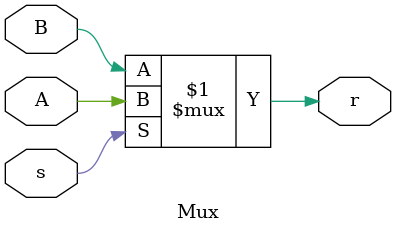
<source format=v>
module Mux (
    input A, B,
    input s,
    output r
);

assign r = s ? A : B;
    
endmodule
</source>
